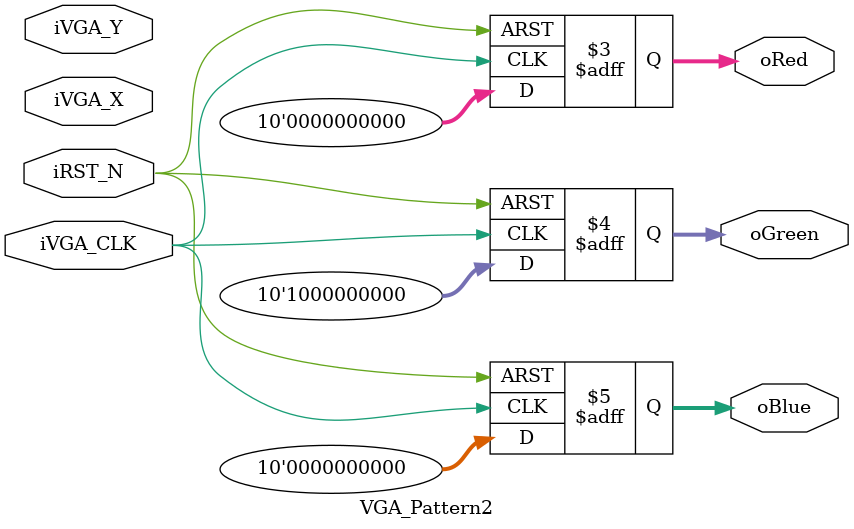
<source format=v>
module	VGA_Pattern2	(	//	Read Out Side
						oRed,
						oGreen,
						oBlue,
						iVGA_X,
						iVGA_Y,
						iVGA_CLK,
						//	Control Signals
						iRST_N	);
//	Read Out Side
output	reg	[9:0]	oRed;
output	reg	[9:0]	oGreen;
output	reg	[9:0]	oBlue;
input	[9:0]		iVGA_X;
input	[9:0]		iVGA_Y;
input				iVGA_CLK;
//	Control Signals
input				iRST_N;

always@(posedge iVGA_CLK or negedge iRST_N)
begin
	if(!iRST_N)
	begin
		oRed	 <=	0;
		oGreen <=	0;
		oBlue	 <=	0;
	end
	else
	begin
		oRed	 <=	 0;
		oGreen <=	 512 ;
		oBlue	 <=	 0 ;
	end
end

endmodule
</source>
